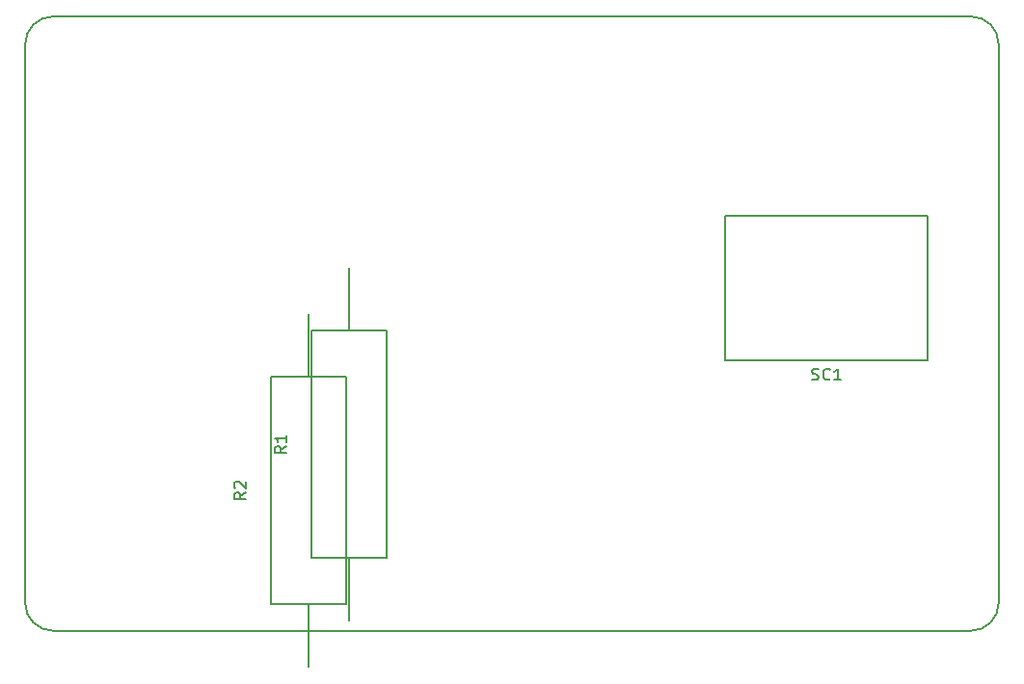
<source format=gbr>
%TF.GenerationSoftware,KiCad,Pcbnew,4.0.2+dfsg1-stable*%
%TF.CreationDate,2018-05-09T16:15:41+02:00*%
%TF.ProjectId,carte_7816,63617274655F373831362E6B69636164,rev?*%
%TF.FileFunction,Legend,Top*%
%FSLAX46Y46*%
G04 Gerber Fmt 4.6, Leading zero omitted, Abs format (unit mm)*
G04 Created by KiCad (PCBNEW 4.0.2+dfsg1-stable) date mer. 09 mai 2018 16:15:41 CEST*
%MOMM*%
G01*
G04 APERTURE LIST*
%ADD10C,0.100000*%
%ADD11C,0.150000*%
G04 APERTURE END LIST*
D10*
D11*
X85471000Y51562000D02*
X85471000Y2413000D01*
X2413000Y0D02*
X83058000Y0D01*
X0Y51562000D02*
X0Y2413000D01*
X83058000Y53975000D02*
X2413000Y53975000D01*
X83058000Y0D02*
G75*
G03X85471000Y2413000I0J2413000D01*
G01*
X0Y2413000D02*
G75*
G03X2413000Y0I2413000J0D01*
G01*
X2413000Y53975000D02*
G75*
G03X0Y51562000I0J-2413000D01*
G01*
X85471000Y51562000D02*
G75*
G03X83058000Y53975000I-2413000J0D01*
G01*
X28448000Y6383020D02*
X28448000Y883920D01*
X28448000Y26382980D02*
X28448000Y31882080D01*
X28448000Y26382980D02*
X25148540Y26382980D01*
X25148540Y26382980D02*
X25148540Y6383020D01*
X25148540Y6383020D02*
X31747460Y6383020D01*
X31747460Y6383020D02*
X31747460Y26382980D01*
X31747460Y26382980D02*
X28448000Y26382980D01*
X24892000Y2319020D02*
X24892000Y-3180080D01*
X24892000Y22318980D02*
X24892000Y27818080D01*
X24892000Y22318980D02*
X21592540Y22318980D01*
X21592540Y22318980D02*
X21592540Y2319020D01*
X21592540Y2319020D02*
X28191460Y2319020D01*
X28191460Y2319020D02*
X28191460Y22318980D01*
X28191460Y22318980D02*
X24892000Y22318980D01*
X79248000Y36449000D02*
X76708000Y36449000D01*
X79248000Y23749000D02*
X79248000Y36449000D01*
X61468000Y23749000D02*
X79248000Y23749000D01*
X61468000Y36449000D02*
X61468000Y23749000D01*
X76708000Y36449000D02*
X61468000Y36449000D01*
X76708000Y36449000D02*
X61468000Y36449000D01*
X61468000Y36449000D02*
X61468000Y23749000D01*
X61468000Y23749000D02*
X79248000Y23749000D01*
X79248000Y23749000D02*
X79248000Y36449000D01*
X79248000Y36449000D02*
X76708000Y36449000D01*
X22900901Y16216334D02*
X22424710Y15883000D01*
X22900901Y15644905D02*
X21900901Y15644905D01*
X21900901Y16025858D01*
X21948520Y16121096D01*
X21996139Y16168715D01*
X22091377Y16216334D01*
X22234234Y16216334D01*
X22329472Y16168715D01*
X22377091Y16121096D01*
X22424710Y16025858D01*
X22424710Y15644905D01*
X22900901Y17168715D02*
X22900901Y16597286D01*
X22900901Y16883000D02*
X21900901Y16883000D01*
X22043758Y16787762D01*
X22138996Y16692524D01*
X22186615Y16597286D01*
X19344901Y12152334D02*
X18868710Y11819000D01*
X19344901Y11580905D02*
X18344901Y11580905D01*
X18344901Y11961858D01*
X18392520Y12057096D01*
X18440139Y12104715D01*
X18535377Y12152334D01*
X18678234Y12152334D01*
X18773472Y12104715D01*
X18821091Y12057096D01*
X18868710Y11961858D01*
X18868710Y11580905D01*
X18440139Y12533286D02*
X18392520Y12580905D01*
X18344901Y12676143D01*
X18344901Y12914239D01*
X18392520Y13009477D01*
X18440139Y13057096D01*
X18535377Y13104715D01*
X18630615Y13104715D01*
X18773472Y13057096D01*
X19344901Y12485667D01*
X19344901Y13104715D01*
X69096095Y22074238D02*
X69238952Y22026619D01*
X69477048Y22026619D01*
X69572286Y22074238D01*
X69619905Y22121857D01*
X69667524Y22217095D01*
X69667524Y22312333D01*
X69619905Y22407571D01*
X69572286Y22455190D01*
X69477048Y22502810D01*
X69286571Y22550429D01*
X69191333Y22598048D01*
X69143714Y22645667D01*
X69096095Y22740905D01*
X69096095Y22836143D01*
X69143714Y22931381D01*
X69191333Y22979000D01*
X69286571Y23026619D01*
X69524667Y23026619D01*
X69667524Y22979000D01*
X70667524Y22121857D02*
X70619905Y22074238D01*
X70477048Y22026619D01*
X70381810Y22026619D01*
X70238952Y22074238D01*
X70143714Y22169476D01*
X70096095Y22264714D01*
X70048476Y22455190D01*
X70048476Y22598048D01*
X70096095Y22788524D01*
X70143714Y22883762D01*
X70238952Y22979000D01*
X70381810Y23026619D01*
X70477048Y23026619D01*
X70619905Y22979000D01*
X70667524Y22931381D01*
X71619905Y22026619D02*
X71048476Y22026619D01*
X71334190Y22026619D02*
X71334190Y23026619D01*
X71238952Y22883762D01*
X71143714Y22788524D01*
X71048476Y22740905D01*
M02*

</source>
